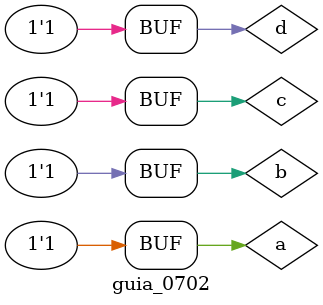
<source format=v>
module exp_3b (output s, input a, input b, input c, input d);
    assign s = (~a & ~c & d) | (a & ~b) | (~b & d);
endmodule

module guia_0702;
    reg a, b, c, d;
    wire s;

    exp_3b moduloD (s, a, b, c, d);

    initial
    begin
        $display("recuperacao 3b - Izadora Galarza Alves");
        $display(" a b c d | s");
        $monitor(" %b %b %b %b | %b", a, b, c, d, s);

        a = 0; b = 0; c = 0; d = 0; #1;
        a = 0; b = 1; c = 0; d = 1; #1;
        a = 1; b = 0; c = 1; d = 0; #1;
        a = 1; b = 1; c = 1; d = 1; #1;
    end
endmodule

</source>
